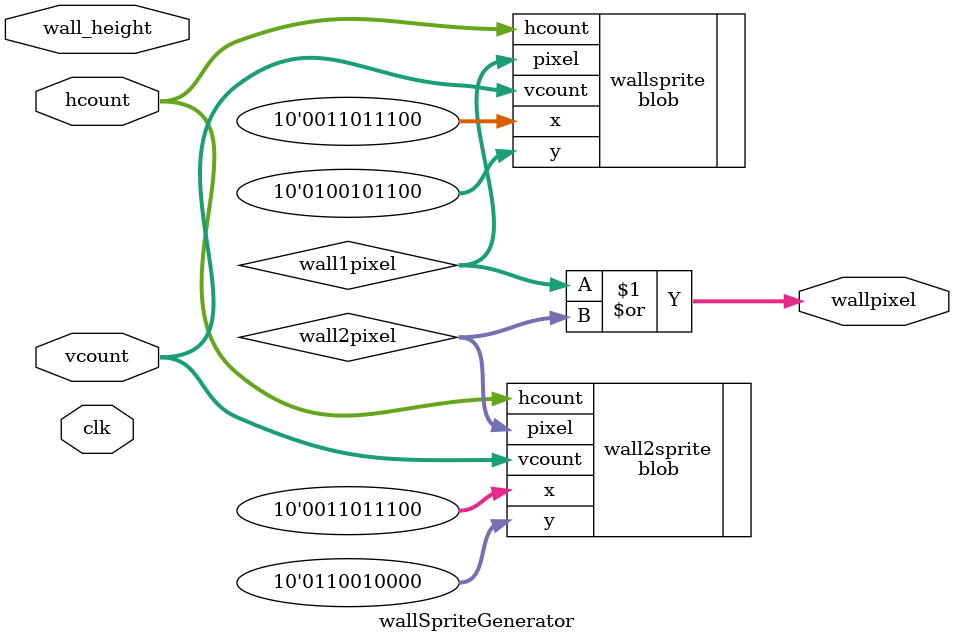
<source format=v>
`timescale 1ns / 1ps
module wallSpriteGenerator(
    input [9:0] wall_height,
//    input [9:0] wall_distance,
    input [9:0] hcount,
    input [9:0] vcount,
    input clk,
    output [23:0] wallpixel
);
    parameter [9:0] wallLength = 100;
    parameter [9:0] wallHeight = 10;
    parameter [9:0] constantx = 320 - wallLength;
    
    parameter [9:0] wallDistance = 100;
    
    wire [23:0] wall1pixel, wall2pixel;
    blob #(.WIDTH(wallLength),.HEIGHT(wallHeight),.COLOR(24'h60_FF_00),.OFFSET(6'd50)) wallsprite(.x(constantx),.y(10'd300),.hcount(hcount), .vcount(vcount), .pixel(wall1pixel));
    blob #(.WIDTH(wallLength),.HEIGHT(wallHeight),.COLOR(24'h60_FF_00),.OFFSET(6'd50)) wall2sprite(.x(constantx),.y(10'd300+wallDistance),.hcount(hcount), .vcount(vcount), .pixel(wall2pixel));
    assign wallpixel = wall1pixel | wall2pixel;
endmodule
</source>
